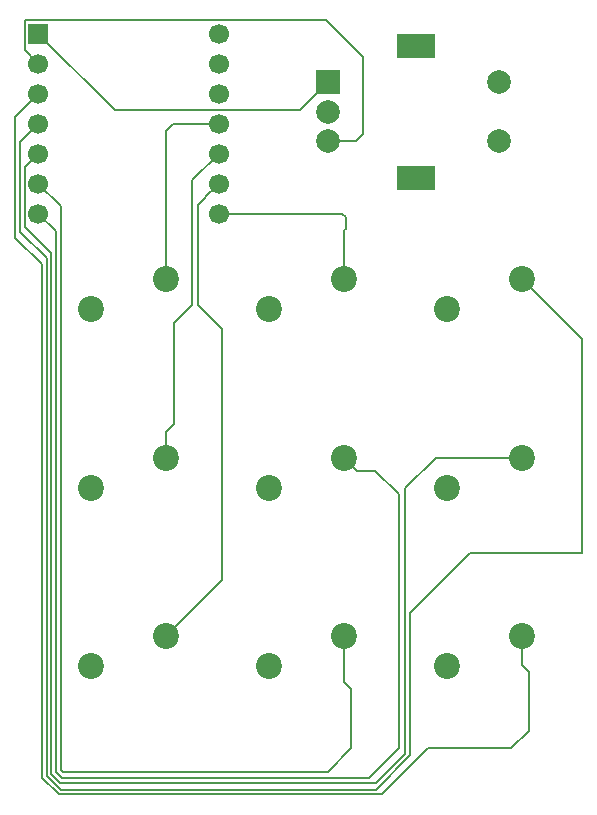
<source format=gbr>
%TF.GenerationSoftware,KiCad,Pcbnew,8.0.5*%
%TF.CreationDate,2024-10-10T18:30:33-04:00*%
%TF.ProjectId,Hackpad-Kicad,4861636b-7061-4642-9d4b-696361642e6b,rev?*%
%TF.SameCoordinates,Original*%
%TF.FileFunction,Copper,L1,Top*%
%TF.FilePolarity,Positive*%
%FSLAX46Y46*%
G04 Gerber Fmt 4.6, Leading zero omitted, Abs format (unit mm)*
G04 Created by KiCad (PCBNEW 8.0.5) date 2024-10-10 18:30:33*
%MOMM*%
%LPD*%
G01*
G04 APERTURE LIST*
%TA.AperFunction,ComponentPad*%
%ADD10C,2.200000*%
%TD*%
%TA.AperFunction,ComponentPad*%
%ADD11R,1.700000X1.700000*%
%TD*%
%TA.AperFunction,ComponentPad*%
%ADD12C,1.700000*%
%TD*%
%TA.AperFunction,ComponentPad*%
%ADD13R,2.000000X2.000000*%
%TD*%
%TA.AperFunction,ComponentPad*%
%ADD14C,2.000000*%
%TD*%
%TA.AperFunction,ComponentPad*%
%ADD15R,3.200000X2.000000*%
%TD*%
%TA.AperFunction,Conductor*%
%ADD16C,0.200000*%
%TD*%
G04 APERTURE END LIST*
D10*
%TO.P,SW1,1,1*%
%TO.N,Net-(U1-PA6_A10_D10_MOSI)*%
X122790000Y-75290000D03*
%TO.P,SW1,2,2*%
%TO.N,Net-(SW1-Pad2)*%
X116440000Y-77830000D03*
%TD*%
%TO.P,SW9,1,1*%
%TO.N,Net-(U1-PA10_A2_D2)*%
X152970000Y-105470000D03*
%TO.P,SW9,2,2*%
%TO.N,Net-(SW1-Pad2)*%
X146620000Y-108010000D03*
%TD*%
%TO.P,SW4,1,1*%
%TO.N,Net-(U1-PB09_A7_D7_RX)*%
X137880000Y-75290000D03*
%TO.P,SW4,2,2*%
%TO.N,Net-(SW1-Pad2)*%
X131530000Y-77830000D03*
%TD*%
%TO.P,SW5,1,1*%
%TO.N,Net-(U1-PB08_A6_D6_TX)*%
X137880000Y-90380000D03*
%TO.P,SW5,2,2*%
%TO.N,Net-(SW1-Pad2)*%
X131530000Y-92920000D03*
%TD*%
D11*
%TO.P,U1,1,PA02_A0_D0*%
%TO.N,Net-(U1-PA02_A0_D0)*%
X112000000Y-54500000D03*
D12*
%TO.P,U1,2,PA4_A1_D1*%
%TO.N,Net-(U1-PA4_A1_D1)*%
X112000000Y-57040000D03*
%TO.P,U1,3,PA10_A2_D2*%
%TO.N,Net-(U1-PA10_A2_D2)*%
X112000000Y-59580000D03*
%TO.P,U1,4,PA11_A3_D3*%
%TO.N,Net-(U1-PA11_A3_D3)*%
X112000000Y-62120000D03*
%TO.P,U1,5,PA8_A4_D4_SDA*%
%TO.N,Net-(U1-PA8_A4_D4_SDA)*%
X112000000Y-64660000D03*
%TO.P,U1,6,PA9_A5_D5_SCL*%
%TO.N,Net-(U1-PA9_A5_D5_SCL)*%
X112000000Y-67200000D03*
%TO.P,U1,7,PB08_A6_D6_TX*%
%TO.N,Net-(U1-PB08_A6_D6_TX)*%
X112000000Y-69740000D03*
%TO.P,U1,8,PB09_A7_D7_RX*%
%TO.N,Net-(U1-PB09_A7_D7_RX)*%
X127250000Y-69740000D03*
%TO.P,U1,9,PA7_A8_D8_SCK*%
%TO.N,Net-(U1-PA7_A8_D8_SCK)*%
X127250000Y-67200000D03*
%TO.P,U1,10,PA5_A9_D9_MISO*%
%TO.N,Net-(U1-PA5_A9_D9_MISO)*%
X127250000Y-64660000D03*
%TO.P,U1,11,PA6_A10_D10_MOSI*%
%TO.N,Net-(U1-PA6_A10_D10_MOSI)*%
X127250000Y-62120000D03*
%TO.P,U1,12,3V3*%
%TO.N,unconnected-(U1-3V3-Pad12)*%
X127250000Y-59580000D03*
%TO.P,U1,13,GND*%
%TO.N,Net-(SW1-Pad2)*%
X127250000Y-57040000D03*
%TO.P,U1,14,5V*%
%TO.N,unconnected-(U1-5V-Pad14)*%
X127250000Y-54500000D03*
%TD*%
D13*
%TO.P,SW10,A,A*%
%TO.N,Net-(U1-PA02_A0_D0)*%
X136500000Y-58600000D03*
D14*
%TO.P,SW10,B,B*%
%TO.N,Net-(U1-PA4_A1_D1)*%
X136500000Y-63600000D03*
%TO.P,SW10,C,C*%
%TO.N,Net-(SW1-Pad2)*%
X136500000Y-61100000D03*
D15*
%TO.P,SW10,MP*%
%TO.N,N/C*%
X144000000Y-55500000D03*
X144000000Y-66700000D03*
D14*
%TO.P,SW10,S1*%
X151000000Y-63600000D03*
%TO.P,SW10,S2*%
X151000000Y-58600000D03*
%TD*%
D10*
%TO.P,SW6,1,1*%
%TO.N,Net-(U1-PA9_A5_D5_SCL)*%
X137880000Y-105470000D03*
%TO.P,SW6,2,2*%
%TO.N,Net-(SW1-Pad2)*%
X131530000Y-108010000D03*
%TD*%
%TO.P,SW3,1,1*%
%TO.N,Net-(U1-PA7_A8_D8_SCK)*%
X122790000Y-105470000D03*
%TO.P,SW3,2,2*%
%TO.N,Net-(SW1-Pad2)*%
X116440000Y-108010000D03*
%TD*%
%TO.P,SW2,1,1*%
%TO.N,Net-(U1-PA5_A9_D9_MISO)*%
X122790000Y-90380000D03*
%TO.P,SW2,2,2*%
%TO.N,Net-(SW1-Pad2)*%
X116440000Y-92920000D03*
%TD*%
%TO.P,SW8,1,1*%
%TO.N,Net-(U1-PA8_A4_D4_SDA)*%
X152970000Y-90380000D03*
%TO.P,SW8,2,2*%
%TO.N,Net-(SW1-Pad2)*%
X146620000Y-92920000D03*
%TD*%
%TO.P,SW7,1,1*%
%TO.N,Net-(U1-PA11_A3_D3)*%
X152970000Y-75290000D03*
%TO.P,SW7,2,2*%
%TO.N,Net-(SW1-Pad2)*%
X146620000Y-77830000D03*
%TD*%
D16*
%TO.N,Net-(U1-PA6_A10_D10_MOSI)*%
X122790000Y-62710000D02*
X122790000Y-75290000D01*
X127250000Y-62120000D02*
X123380000Y-62120000D01*
X123380000Y-62120000D02*
X122790000Y-62710000D01*
%TO.N,Net-(U1-PA5_A9_D9_MISO)*%
X125000000Y-77500000D02*
X123500000Y-79000000D01*
X127250000Y-64660000D02*
X125000000Y-66910000D01*
X122790000Y-88210000D02*
X122790000Y-90380000D01*
X123500000Y-87500000D02*
X122790000Y-88210000D01*
X125000000Y-66910000D02*
X125000000Y-77500000D01*
X123500000Y-79000000D02*
X123500000Y-87500000D01*
%TO.N,Net-(U1-PA7_A8_D8_SCK)*%
X127500000Y-79500000D02*
X127500000Y-100760000D01*
X125500000Y-69000000D02*
X125500000Y-77500000D01*
X125500000Y-77500000D02*
X127500000Y-79500000D01*
X126100000Y-68400000D02*
X125500000Y-69000000D01*
X127250000Y-67200000D02*
X126100000Y-68350000D01*
X126100000Y-68350000D02*
X126100000Y-68400000D01*
X127500000Y-100760000D02*
X122790000Y-105470000D01*
%TO.N,Net-(U1-PA9_A5_D5_SCL)*%
X113900000Y-116834314D02*
X114065686Y-117000000D01*
X114065686Y-117000000D02*
X136500000Y-117000000D01*
X112000000Y-67200000D02*
X113900000Y-69100000D01*
X138500000Y-110000000D02*
X137880000Y-109380000D01*
X136500000Y-117000000D02*
X138500000Y-115000000D01*
X137880000Y-109380000D02*
X137880000Y-105470000D01*
X113900000Y-69100000D02*
X113900000Y-116834314D01*
X138500000Y-115000000D02*
X138500000Y-110000000D01*
%TO.N,Net-(U1-PA10_A2_D2)*%
X113702942Y-118900000D02*
X141100000Y-118900000D01*
X112000000Y-59580000D02*
X110050000Y-61530000D01*
X112300000Y-74000000D02*
X112300000Y-117497058D01*
X145000000Y-115000000D02*
X152000000Y-115000000D01*
X152970000Y-107970000D02*
X152970000Y-105470000D01*
X153500000Y-113500000D02*
X153500000Y-108500000D01*
X153500000Y-108500000D02*
X152970000Y-107970000D01*
X112300000Y-117497058D02*
X113702942Y-118900000D01*
X141100000Y-118900000D02*
X145000000Y-115000000D01*
X110050000Y-61530000D02*
X110050000Y-71750000D01*
X152000000Y-115000000D02*
X153500000Y-113500000D01*
X110050000Y-71750000D02*
X112300000Y-74000000D01*
%TO.N,Net-(U1-PA11_A3_D3)*%
X143500000Y-103500000D02*
X148500000Y-98500000D01*
X143500000Y-115565686D02*
X143500000Y-103500000D01*
X148500000Y-98500000D02*
X158000000Y-98500000D01*
X110450000Y-71250000D02*
X112700000Y-73500000D01*
X113868628Y-118500000D02*
X140565686Y-118500000D01*
X140565686Y-118500000D02*
X143500000Y-115565686D01*
X158000000Y-98500000D02*
X158000000Y-80320000D01*
X112000000Y-62120000D02*
X110450000Y-63670000D01*
X110450000Y-63670000D02*
X110450000Y-71250000D01*
X112700000Y-73500000D02*
X112700000Y-117331372D01*
X158000000Y-80320000D02*
X152970000Y-75290000D01*
X112700000Y-117331372D02*
X113868628Y-118500000D01*
%TO.N,Net-(U1-PB08_A6_D6_TX)*%
X140000000Y-117500000D02*
X142500000Y-115000000D01*
X142500000Y-93500000D02*
X140500000Y-91500000D01*
X140500000Y-91500000D02*
X139000000Y-91500000D01*
X139000000Y-91500000D02*
X137880000Y-90380000D01*
X113500000Y-117000000D02*
X114000000Y-117500000D01*
X142500000Y-115000000D02*
X142500000Y-93500000D01*
X114000000Y-117500000D02*
X140000000Y-117500000D01*
X113500000Y-71240000D02*
X113500000Y-117000000D01*
X112000000Y-69740000D02*
X113500000Y-71240000D01*
%TO.N,Net-(U1-PB09_A7_D7_RX)*%
X137880000Y-71120000D02*
X137880000Y-75290000D01*
X127250000Y-69740000D02*
X137740000Y-69740000D01*
X137740000Y-69740000D02*
X138000000Y-70000000D01*
X138000000Y-71000000D02*
X137880000Y-71120000D01*
X138000000Y-70000000D02*
X138000000Y-71000000D01*
%TO.N,Net-(U1-PA8_A4_D4_SDA)*%
X113100000Y-73100000D02*
X113100000Y-117165686D01*
X110850000Y-65810000D02*
X110850000Y-70850000D01*
X113100000Y-117165686D02*
X113834314Y-117900000D01*
X113834314Y-117900000D02*
X140600000Y-117900000D01*
X145620000Y-90380000D02*
X152970000Y-90380000D01*
X140600000Y-117900000D02*
X143000000Y-115500000D01*
X110850000Y-70850000D02*
X113100000Y-73100000D01*
X143000000Y-115500000D02*
X143000000Y-93000000D01*
X112000000Y-64660000D02*
X110850000Y-65810000D01*
X143000000Y-93000000D02*
X145620000Y-90380000D01*
%TO.N,Net-(U1-PA02_A0_D0)*%
X112000000Y-54500000D02*
X118470000Y-60970000D01*
X118470000Y-60970000D02*
X134130000Y-60970000D01*
X134130000Y-60970000D02*
X136500000Y-58600000D01*
%TO.N,Net-(U1-PA4_A1_D1)*%
X136350000Y-53350000D02*
X139500000Y-56500000D01*
X112000000Y-57040000D02*
X110850000Y-55890000D01*
X110850000Y-55890000D02*
X110850000Y-53350000D01*
X138900000Y-63600000D02*
X136500000Y-63600000D01*
X139500000Y-63000000D02*
X138900000Y-63600000D01*
X110850000Y-53350000D02*
X136350000Y-53350000D01*
X139500000Y-56500000D02*
X139500000Y-63000000D01*
%TD*%
M02*

</source>
